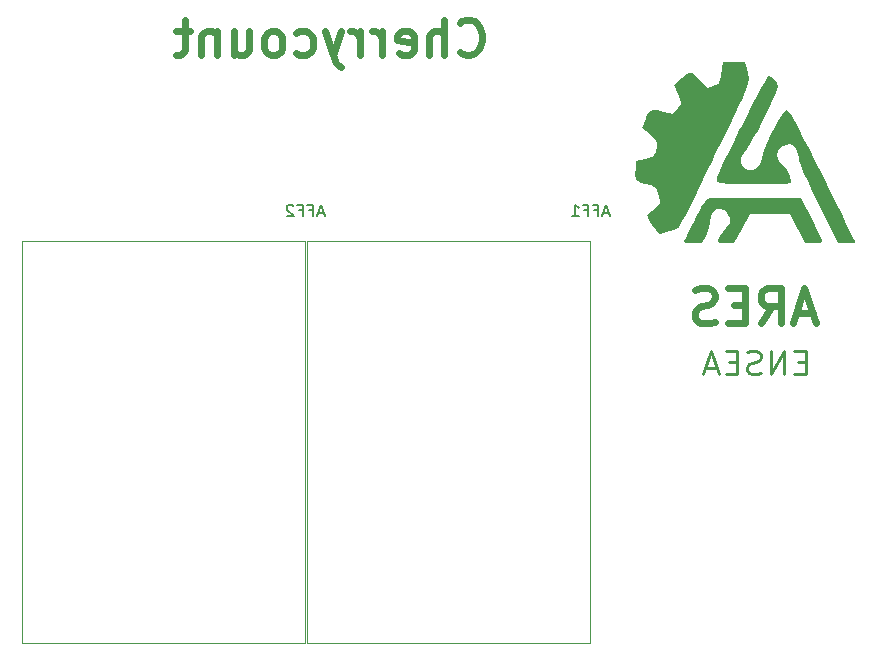
<source format=gbr>
%TF.GenerationSoftware,KiCad,Pcbnew,7.0.2*%
%TF.CreationDate,2023-04-27T19:49:05+02:00*%
%TF.ProjectId,CherrycountPCB,43686572-7279-4636-9f75-6e745043422e,rev?*%
%TF.SameCoordinates,Original*%
%TF.FileFunction,Legend,Bot*%
%TF.FilePolarity,Positive*%
%FSLAX46Y46*%
G04 Gerber Fmt 4.6, Leading zero omitted, Abs format (unit mm)*
G04 Created by KiCad (PCBNEW 7.0.2) date 2023-04-27 19:49:05*
%MOMM*%
%LPD*%
G01*
G04 APERTURE LIST*
%ADD10C,0.250000*%
%ADD11C,0.600000*%
%ADD12C,0.150000*%
%ADD13C,0.120000*%
G04 APERTURE END LIST*
D10*
X168823809Y-84077619D02*
X168157142Y-84077619D01*
X167871428Y-85125238D02*
X168823809Y-85125238D01*
X168823809Y-85125238D02*
X168823809Y-83125238D01*
X168823809Y-83125238D02*
X167871428Y-83125238D01*
X167014285Y-85125238D02*
X167014285Y-83125238D01*
X167014285Y-83125238D02*
X165871428Y-85125238D01*
X165871428Y-85125238D02*
X165871428Y-83125238D01*
X165014285Y-85030000D02*
X164728571Y-85125238D01*
X164728571Y-85125238D02*
X164252380Y-85125238D01*
X164252380Y-85125238D02*
X164061904Y-85030000D01*
X164061904Y-85030000D02*
X163966666Y-84934761D01*
X163966666Y-84934761D02*
X163871428Y-84744285D01*
X163871428Y-84744285D02*
X163871428Y-84553809D01*
X163871428Y-84553809D02*
X163966666Y-84363333D01*
X163966666Y-84363333D02*
X164061904Y-84268095D01*
X164061904Y-84268095D02*
X164252380Y-84172857D01*
X164252380Y-84172857D02*
X164633333Y-84077619D01*
X164633333Y-84077619D02*
X164823809Y-83982380D01*
X164823809Y-83982380D02*
X164919047Y-83887142D01*
X164919047Y-83887142D02*
X165014285Y-83696666D01*
X165014285Y-83696666D02*
X165014285Y-83506190D01*
X165014285Y-83506190D02*
X164919047Y-83315714D01*
X164919047Y-83315714D02*
X164823809Y-83220476D01*
X164823809Y-83220476D02*
X164633333Y-83125238D01*
X164633333Y-83125238D02*
X164157142Y-83125238D01*
X164157142Y-83125238D02*
X163871428Y-83220476D01*
X163014285Y-84077619D02*
X162347618Y-84077619D01*
X162061904Y-85125238D02*
X163014285Y-85125238D01*
X163014285Y-85125238D02*
X163014285Y-83125238D01*
X163014285Y-83125238D02*
X162061904Y-83125238D01*
X161299999Y-84553809D02*
X160347618Y-84553809D01*
X161490475Y-85125238D02*
X160823809Y-83125238D01*
X160823809Y-83125238D02*
X160157142Y-85125238D01*
D11*
X169428571Y-79945714D02*
X168000000Y-79945714D01*
X169714285Y-80802857D02*
X168714285Y-77802857D01*
X168714285Y-77802857D02*
X167714285Y-80802857D01*
X164999999Y-80802857D02*
X165999999Y-79374285D01*
X166714285Y-80802857D02*
X166714285Y-77802857D01*
X166714285Y-77802857D02*
X165571428Y-77802857D01*
X165571428Y-77802857D02*
X165285713Y-77945714D01*
X165285713Y-77945714D02*
X165142856Y-78088571D01*
X165142856Y-78088571D02*
X164999999Y-78374285D01*
X164999999Y-78374285D02*
X164999999Y-78802857D01*
X164999999Y-78802857D02*
X165142856Y-79088571D01*
X165142856Y-79088571D02*
X165285713Y-79231428D01*
X165285713Y-79231428D02*
X165571428Y-79374285D01*
X165571428Y-79374285D02*
X166714285Y-79374285D01*
X163714285Y-79231428D02*
X162714285Y-79231428D01*
X162285713Y-80802857D02*
X163714285Y-80802857D01*
X163714285Y-80802857D02*
X163714285Y-77802857D01*
X163714285Y-77802857D02*
X162285713Y-77802857D01*
X161142856Y-80660000D02*
X160714285Y-80802857D01*
X160714285Y-80802857D02*
X159999999Y-80802857D01*
X159999999Y-80802857D02*
X159714285Y-80660000D01*
X159714285Y-80660000D02*
X159571427Y-80517142D01*
X159571427Y-80517142D02*
X159428570Y-80231428D01*
X159428570Y-80231428D02*
X159428570Y-79945714D01*
X159428570Y-79945714D02*
X159571427Y-79660000D01*
X159571427Y-79660000D02*
X159714285Y-79517142D01*
X159714285Y-79517142D02*
X159999999Y-79374285D01*
X159999999Y-79374285D02*
X160571427Y-79231428D01*
X160571427Y-79231428D02*
X160857142Y-79088571D01*
X160857142Y-79088571D02*
X160999999Y-78945714D01*
X160999999Y-78945714D02*
X161142856Y-78660000D01*
X161142856Y-78660000D02*
X161142856Y-78374285D01*
X161142856Y-78374285D02*
X160999999Y-78088571D01*
X160999999Y-78088571D02*
X160857142Y-77945714D01*
X160857142Y-77945714D02*
X160571427Y-77802857D01*
X160571427Y-77802857D02*
X159857142Y-77802857D01*
X159857142Y-77802857D02*
X159428570Y-77945714D01*
X139521428Y-57797142D02*
X139664285Y-57940000D01*
X139664285Y-57940000D02*
X140092857Y-58082857D01*
X140092857Y-58082857D02*
X140378571Y-58082857D01*
X140378571Y-58082857D02*
X140807142Y-57940000D01*
X140807142Y-57940000D02*
X141092857Y-57654285D01*
X141092857Y-57654285D02*
X141235714Y-57368571D01*
X141235714Y-57368571D02*
X141378571Y-56797142D01*
X141378571Y-56797142D02*
X141378571Y-56368571D01*
X141378571Y-56368571D02*
X141235714Y-55797142D01*
X141235714Y-55797142D02*
X141092857Y-55511428D01*
X141092857Y-55511428D02*
X140807142Y-55225714D01*
X140807142Y-55225714D02*
X140378571Y-55082857D01*
X140378571Y-55082857D02*
X140092857Y-55082857D01*
X140092857Y-55082857D02*
X139664285Y-55225714D01*
X139664285Y-55225714D02*
X139521428Y-55368571D01*
X138235714Y-58082857D02*
X138235714Y-55082857D01*
X136950000Y-58082857D02*
X136950000Y-56511428D01*
X136950000Y-56511428D02*
X137092857Y-56225714D01*
X137092857Y-56225714D02*
X137378571Y-56082857D01*
X137378571Y-56082857D02*
X137807142Y-56082857D01*
X137807142Y-56082857D02*
X138092857Y-56225714D01*
X138092857Y-56225714D02*
X138235714Y-56368571D01*
X134378571Y-57940000D02*
X134664285Y-58082857D01*
X134664285Y-58082857D02*
X135235714Y-58082857D01*
X135235714Y-58082857D02*
X135521428Y-57940000D01*
X135521428Y-57940000D02*
X135664285Y-57654285D01*
X135664285Y-57654285D02*
X135664285Y-56511428D01*
X135664285Y-56511428D02*
X135521428Y-56225714D01*
X135521428Y-56225714D02*
X135235714Y-56082857D01*
X135235714Y-56082857D02*
X134664285Y-56082857D01*
X134664285Y-56082857D02*
X134378571Y-56225714D01*
X134378571Y-56225714D02*
X134235714Y-56511428D01*
X134235714Y-56511428D02*
X134235714Y-56797142D01*
X134235714Y-56797142D02*
X135664285Y-57082857D01*
X132949999Y-58082857D02*
X132949999Y-56082857D01*
X132949999Y-56654285D02*
X132807142Y-56368571D01*
X132807142Y-56368571D02*
X132664285Y-56225714D01*
X132664285Y-56225714D02*
X132378570Y-56082857D01*
X132378570Y-56082857D02*
X132092856Y-56082857D01*
X131092856Y-58082857D02*
X131092856Y-56082857D01*
X131092856Y-56654285D02*
X130949999Y-56368571D01*
X130949999Y-56368571D02*
X130807142Y-56225714D01*
X130807142Y-56225714D02*
X130521427Y-56082857D01*
X130521427Y-56082857D02*
X130235713Y-56082857D01*
X129521427Y-56082857D02*
X128807141Y-58082857D01*
X128092856Y-56082857D02*
X128807141Y-58082857D01*
X128807141Y-58082857D02*
X129092856Y-58797142D01*
X129092856Y-58797142D02*
X129235713Y-58940000D01*
X129235713Y-58940000D02*
X129521427Y-59082857D01*
X125664285Y-57940000D02*
X125949999Y-58082857D01*
X125949999Y-58082857D02*
X126521427Y-58082857D01*
X126521427Y-58082857D02*
X126807142Y-57940000D01*
X126807142Y-57940000D02*
X126949999Y-57797142D01*
X126949999Y-57797142D02*
X127092856Y-57511428D01*
X127092856Y-57511428D02*
X127092856Y-56654285D01*
X127092856Y-56654285D02*
X126949999Y-56368571D01*
X126949999Y-56368571D02*
X126807142Y-56225714D01*
X126807142Y-56225714D02*
X126521427Y-56082857D01*
X126521427Y-56082857D02*
X125949999Y-56082857D01*
X125949999Y-56082857D02*
X125664285Y-56225714D01*
X123949998Y-58082857D02*
X124235713Y-57940000D01*
X124235713Y-57940000D02*
X124378570Y-57797142D01*
X124378570Y-57797142D02*
X124521427Y-57511428D01*
X124521427Y-57511428D02*
X124521427Y-56654285D01*
X124521427Y-56654285D02*
X124378570Y-56368571D01*
X124378570Y-56368571D02*
X124235713Y-56225714D01*
X124235713Y-56225714D02*
X123949998Y-56082857D01*
X123949998Y-56082857D02*
X123521427Y-56082857D01*
X123521427Y-56082857D02*
X123235713Y-56225714D01*
X123235713Y-56225714D02*
X123092856Y-56368571D01*
X123092856Y-56368571D02*
X122949998Y-56654285D01*
X122949998Y-56654285D02*
X122949998Y-57511428D01*
X122949998Y-57511428D02*
X123092856Y-57797142D01*
X123092856Y-57797142D02*
X123235713Y-57940000D01*
X123235713Y-57940000D02*
X123521427Y-58082857D01*
X123521427Y-58082857D02*
X123949998Y-58082857D01*
X120378570Y-56082857D02*
X120378570Y-58082857D01*
X121664284Y-56082857D02*
X121664284Y-57654285D01*
X121664284Y-57654285D02*
X121521427Y-57940000D01*
X121521427Y-57940000D02*
X121235712Y-58082857D01*
X121235712Y-58082857D02*
X120807141Y-58082857D01*
X120807141Y-58082857D02*
X120521427Y-57940000D01*
X120521427Y-57940000D02*
X120378570Y-57797142D01*
X118949998Y-56082857D02*
X118949998Y-58082857D01*
X118949998Y-56368571D02*
X118807141Y-56225714D01*
X118807141Y-56225714D02*
X118521426Y-56082857D01*
X118521426Y-56082857D02*
X118092855Y-56082857D01*
X118092855Y-56082857D02*
X117807141Y-56225714D01*
X117807141Y-56225714D02*
X117664284Y-56511428D01*
X117664284Y-56511428D02*
X117664284Y-58082857D01*
X116664283Y-56082857D02*
X115521426Y-56082857D01*
X116235712Y-55082857D02*
X116235712Y-57654285D01*
X116235712Y-57654285D02*
X116092855Y-57940000D01*
X116092855Y-57940000D02*
X115807140Y-58082857D01*
X115807140Y-58082857D02*
X115521426Y-58082857D01*
D12*
%TO.C,AFF1*%
X152171428Y-71473904D02*
X151695238Y-71473904D01*
X152266666Y-71759619D02*
X151933333Y-70759619D01*
X151933333Y-70759619D02*
X151600000Y-71759619D01*
X150933333Y-71235809D02*
X151266666Y-71235809D01*
X151266666Y-71759619D02*
X151266666Y-70759619D01*
X151266666Y-70759619D02*
X150790476Y-70759619D01*
X150076190Y-71235809D02*
X150409523Y-71235809D01*
X150409523Y-71759619D02*
X150409523Y-70759619D01*
X150409523Y-70759619D02*
X149933333Y-70759619D01*
X149028571Y-71759619D02*
X149599999Y-71759619D01*
X149314285Y-71759619D02*
X149314285Y-70759619D01*
X149314285Y-70759619D02*
X149409523Y-70902476D01*
X149409523Y-70902476D02*
X149504761Y-70997714D01*
X149504761Y-70997714D02*
X149599999Y-71045333D01*
%TO.C,AFF2*%
X128008428Y-71473904D02*
X127532238Y-71473904D01*
X128103666Y-71759619D02*
X127770333Y-70759619D01*
X127770333Y-70759619D02*
X127437000Y-71759619D01*
X126770333Y-71235809D02*
X127103666Y-71235809D01*
X127103666Y-71759619D02*
X127103666Y-70759619D01*
X127103666Y-70759619D02*
X126627476Y-70759619D01*
X125913190Y-71235809D02*
X126246523Y-71235809D01*
X126246523Y-71759619D02*
X126246523Y-70759619D01*
X126246523Y-70759619D02*
X125770333Y-70759619D01*
X125436999Y-70854857D02*
X125389380Y-70807238D01*
X125389380Y-70807238D02*
X125294142Y-70759619D01*
X125294142Y-70759619D02*
X125056047Y-70759619D01*
X125056047Y-70759619D02*
X124960809Y-70807238D01*
X124960809Y-70807238D02*
X124913190Y-70854857D01*
X124913190Y-70854857D02*
X124865571Y-70950095D01*
X124865571Y-70950095D02*
X124865571Y-71045333D01*
X124865571Y-71045333D02*
X124913190Y-71188190D01*
X124913190Y-71188190D02*
X125484618Y-71759619D01*
X125484618Y-71759619D02*
X124865571Y-71759619D01*
%TO.C,G\u002A\u002A\u002A*%
G36*
X163815135Y-70161848D02*
G01*
X164768812Y-70168728D01*
X168415347Y-70205149D01*
X169321597Y-71965545D01*
X169504367Y-72323593D01*
X169791774Y-72900224D01*
X170022393Y-73380415D01*
X170176215Y-73722076D01*
X170233231Y-73883119D01*
X170201038Y-73946945D01*
X169973940Y-74017452D01*
X169515594Y-74040009D01*
X168792575Y-74039721D01*
X167535149Y-71588317D01*
X165816569Y-71553400D01*
X164097990Y-71518484D01*
X163427460Y-72778722D01*
X162756931Y-74038960D01*
X162117740Y-74039628D01*
X161886625Y-74034748D01*
X161561184Y-74006547D01*
X161399735Y-73961484D01*
X161381181Y-73925777D01*
X161418871Y-73713568D01*
X161573502Y-73403040D01*
X161806688Y-73062067D01*
X162080045Y-72758524D01*
X162111847Y-72728073D01*
X162385909Y-72329491D01*
X162409142Y-71915054D01*
X162181963Y-71479532D01*
X162038486Y-71327473D01*
X161678233Y-71140167D01*
X161314470Y-71159628D01*
X160995201Y-71362116D01*
X160768435Y-71723890D01*
X160682179Y-72221210D01*
X160612375Y-72752496D01*
X160365704Y-73415764D01*
X160049229Y-74040297D01*
X159296892Y-74040297D01*
X158962394Y-74027625D01*
X158659578Y-73981865D01*
X158544555Y-73912879D01*
X158561747Y-73853482D01*
X158670752Y-73595352D01*
X158863532Y-73178073D01*
X159120616Y-72643342D01*
X159422529Y-72032855D01*
X159550456Y-71778021D01*
X159855266Y-71181335D01*
X160083108Y-70764514D01*
X160258311Y-70493079D01*
X160405206Y-70332548D01*
X160548122Y-70248441D01*
X160711391Y-70206278D01*
X160734950Y-70202812D01*
X161005473Y-70185685D01*
X161484879Y-70172691D01*
X162137042Y-70164164D01*
X162925836Y-70160438D01*
X163815135Y-70161848D01*
G37*
G36*
X163820935Y-59171238D02*
G01*
X163855251Y-59290986D01*
X163924895Y-59533953D01*
X163976357Y-59751894D01*
X164002071Y-59965782D01*
X163994470Y-60196591D01*
X163945989Y-60465291D01*
X163849059Y-60792857D01*
X163696117Y-61200260D01*
X163479594Y-61708474D01*
X163191924Y-62338471D01*
X162825543Y-63111224D01*
X162372881Y-64047705D01*
X161826375Y-65168887D01*
X161178457Y-66495743D01*
X160940820Y-66982335D01*
X160392779Y-68101896D01*
X159879779Y-69146280D01*
X159412524Y-70093917D01*
X159001715Y-70923236D01*
X158658055Y-71612667D01*
X158392245Y-72140637D01*
X158214990Y-72485577D01*
X158136990Y-72625915D01*
X157989062Y-72727384D01*
X157661395Y-72876586D01*
X157240112Y-73027565D01*
X156469802Y-73271813D01*
X156139308Y-72893238D01*
X156120252Y-72871152D01*
X155828906Y-72487261D01*
X155582216Y-72093897D01*
X155355618Y-71673130D01*
X155777270Y-71316367D01*
X155874514Y-71234568D01*
X156174818Y-70987285D01*
X156387060Y-70820001D01*
X156426696Y-70787917D01*
X156505619Y-70659345D01*
X156498893Y-70443706D01*
X156408682Y-70065546D01*
X156346898Y-69852227D01*
X156228451Y-69507561D01*
X156134554Y-69310404D01*
X156006310Y-69230688D01*
X155689518Y-69116573D01*
X155271844Y-69009872D01*
X154920397Y-68924906D01*
X154614983Y-68789568D01*
X154453842Y-68575205D01*
X154400543Y-68225145D01*
X154418652Y-67682716D01*
X154457921Y-67063089D01*
X155238430Y-66895417D01*
X155472812Y-66843658D01*
X155819055Y-66738012D01*
X156017602Y-66582293D01*
X156130980Y-66310425D01*
X156221717Y-65856331D01*
X156233365Y-65787145D01*
X156247178Y-65555824D01*
X156178599Y-65361355D01*
X155990982Y-65137442D01*
X155647684Y-64817789D01*
X154993972Y-64230046D01*
X155275684Y-63476756D01*
X155342929Y-63299239D01*
X155489787Y-62974648D01*
X155655084Y-62793890D01*
X155895204Y-62736255D01*
X156266533Y-62781031D01*
X156825453Y-62907508D01*
X157558332Y-63082593D01*
X157922015Y-62682980D01*
X158014955Y-62578652D01*
X158209981Y-62340929D01*
X158289384Y-62212902D01*
X158251203Y-62076026D01*
X158142918Y-61770472D01*
X157988585Y-61365488D01*
X157684101Y-60588538D01*
X158208635Y-60136764D01*
X158349205Y-60015823D01*
X158719759Y-59715186D01*
X158983715Y-59578343D01*
X159206822Y-59606276D01*
X159454830Y-59799965D01*
X159793488Y-60160389D01*
X160436085Y-60863493D01*
X160994995Y-60698467D01*
X161130599Y-60657834D01*
X161359526Y-60569271D01*
X161508338Y-60441341D01*
X161605678Y-60221607D01*
X161680186Y-59857632D01*
X161760505Y-59296980D01*
X161842416Y-58699703D01*
X163688180Y-58699703D01*
X163820935Y-59171238D01*
G37*
G36*
X165957945Y-59952419D02*
G01*
X166199243Y-60188583D01*
X166388686Y-60497127D01*
X166465712Y-60807148D01*
X166435198Y-60948049D01*
X166301485Y-61303385D01*
X166080565Y-61807254D01*
X165793383Y-62418580D01*
X165460883Y-63096286D01*
X165104011Y-63799297D01*
X164743711Y-64486537D01*
X164400930Y-65116930D01*
X164096610Y-65649401D01*
X163851699Y-66042873D01*
X163687141Y-66256270D01*
X163559775Y-66393352D01*
X163348156Y-66814985D01*
X163351299Y-67246808D01*
X163574258Y-67627426D01*
X163610355Y-67661666D01*
X163980396Y-67855293D01*
X164372239Y-67845167D01*
X164726889Y-67660310D01*
X164985349Y-67329744D01*
X165088624Y-66882487D01*
X165094626Y-66809197D01*
X165184025Y-66456505D01*
X165362550Y-65973088D01*
X165607227Y-65404411D01*
X165895083Y-64795937D01*
X166203144Y-64193130D01*
X166508435Y-63641455D01*
X166787982Y-63186375D01*
X167018812Y-62873354D01*
X167177950Y-62747857D01*
X167226882Y-62751034D01*
X167308587Y-62798109D01*
X167413449Y-62911114D01*
X167551292Y-63107763D01*
X167731942Y-63405774D01*
X167965223Y-63822863D01*
X168260959Y-64376746D01*
X168628975Y-65085141D01*
X169079096Y-65965764D01*
X169621147Y-67036331D01*
X170264952Y-68314558D01*
X170379466Y-68542443D01*
X170923875Y-69630388D01*
X171427912Y-70645038D01*
X171881105Y-71564816D01*
X172272980Y-72368147D01*
X172593063Y-73033457D01*
X172830881Y-73539169D01*
X172975961Y-73863710D01*
X173017830Y-73985504D01*
X172931046Y-74008971D01*
X172649868Y-74023737D01*
X172255488Y-74014348D01*
X171558911Y-73977426D01*
X169903545Y-70645248D01*
X169883043Y-70603971D01*
X169384605Y-69593012D01*
X168991996Y-68778547D01*
X168694389Y-68135414D01*
X168480958Y-67638450D01*
X168340876Y-67262493D01*
X168263317Y-66982380D01*
X168237455Y-66772948D01*
X168185125Y-66433226D01*
X168000482Y-66025297D01*
X167729443Y-65729567D01*
X167421039Y-65615545D01*
X167126728Y-65668691D01*
X166727763Y-65900637D01*
X166464306Y-66249160D01*
X166398934Y-66609906D01*
X166546925Y-67019583D01*
X166941643Y-67426100D01*
X166973560Y-67452416D01*
X167278554Y-67824661D01*
X167507672Y-68301325D01*
X167598020Y-68755070D01*
X167597412Y-68786077D01*
X167580300Y-68858702D01*
X167517392Y-68913697D01*
X167379305Y-68953511D01*
X167136653Y-68980593D01*
X166760053Y-68997392D01*
X166220121Y-69006360D01*
X165487473Y-69009944D01*
X164532724Y-69010594D01*
X164432102Y-69010579D01*
X163475396Y-69008127D01*
X162737944Y-69000258D01*
X162190263Y-68985214D01*
X161802875Y-68961233D01*
X161546297Y-68926557D01*
X161391050Y-68879425D01*
X161307653Y-68818078D01*
X161282645Y-68755057D01*
X161292090Y-68623095D01*
X161352924Y-68410198D01*
X161474140Y-68095929D01*
X161664730Y-67659851D01*
X161933687Y-67081529D01*
X162290002Y-66340524D01*
X162742669Y-65416402D01*
X163300681Y-64288726D01*
X163305169Y-64279684D01*
X163815308Y-63260950D01*
X164287733Y-62334601D01*
X164710488Y-61522975D01*
X165071615Y-60848410D01*
X165359157Y-60333245D01*
X165561158Y-59999819D01*
X165665659Y-59870469D01*
X165725353Y-59859539D01*
X165957945Y-59952419D01*
G37*
D13*
%TO.C,AFF1*%
X150600000Y-73837000D02*
X126600000Y-73837000D01*
X126600000Y-73837000D02*
X126600000Y-107837000D01*
X126600000Y-107837000D02*
X150600000Y-107837000D01*
X150600000Y-107837000D02*
X150600000Y-73837000D01*
%TO.C,AFF2*%
X126437000Y-73837000D02*
X102437000Y-73837000D01*
X102437000Y-73837000D02*
X102437000Y-107837000D01*
X102437000Y-107837000D02*
X126437000Y-107837000D01*
X126437000Y-107837000D02*
X126437000Y-73837000D01*
%TD*%
M02*

</source>
